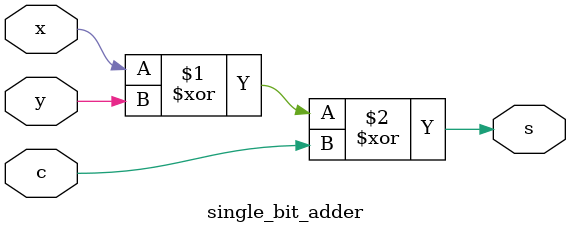
<source format=v>
module single_bit_adder(x,y,c,s);
	input x,y,c;
	output s;
	
	xor xor1(s,x,y,c);
endmodule
</source>
